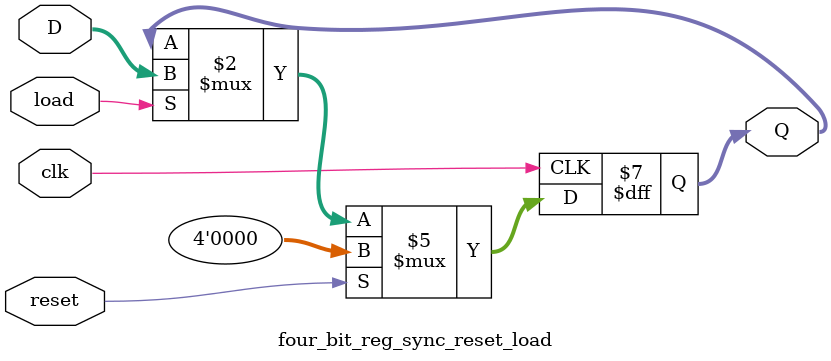
<source format=v>
`timescale 1ns / 1ps


module four_bit_reg_sync_reset_load(
            input [3:0] D, 
            input clk, 
            input reset, 
            input load, 
            output reg [3:0] Q 
                );
	always @ (posedge clk)
		if (reset)
            begin 
                Q <= 4'b0000;
            end 
		else if (load)
            begin 
                Q <=D;
            end 
endmodule

</source>
